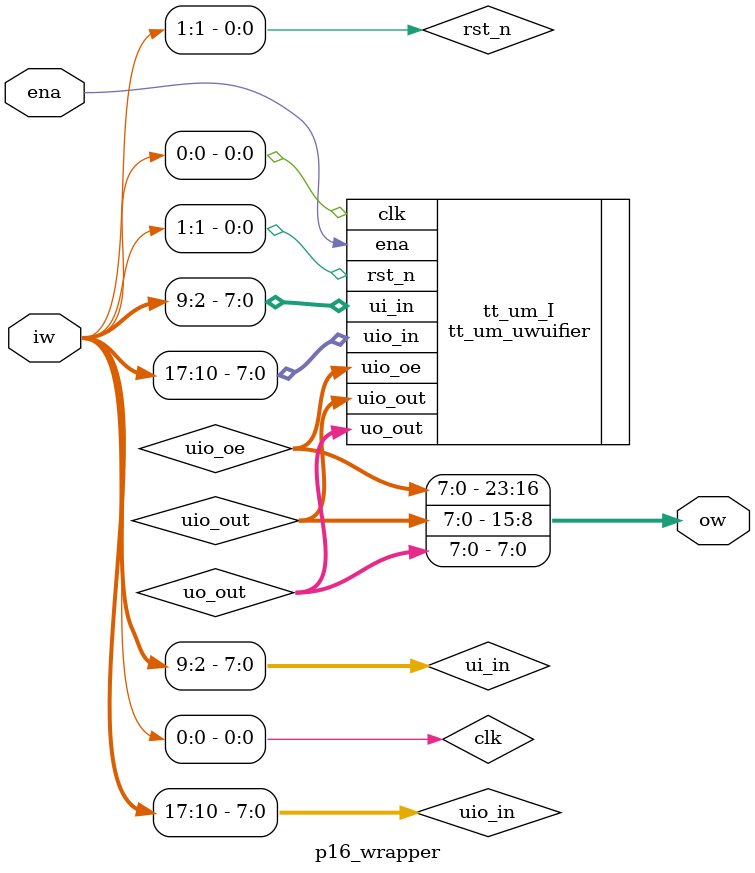
<source format=v>
`default_nettype none

module p16_wrapper (
  input wire ena,
  input wire [17:0] iw,
  output wire [23:0] ow
);

wire [7:0] uio_in;
wire [7:0] uio_out;
wire [7:0] uio_oe;
wire [7:0] uo_out;
wire [7:0] ui_in;
wire clk;
wire rst_n;

assign { uio_in, ui_in, rst_n, clk} = iw;
assign ow = { uio_oe, uio_out, uo_out };

tt_um_uwuifier tt_um_I (
  .uio_in  (uio_in),
  .uio_out (uio_out),
  .uio_oe  (uio_oe),
  .uo_out  (uo_out),
  .ui_in   (ui_in),
  .ena     (ena),
  .clk     (clk),
  .rst_n   (rst_n)
);

endmodule

</source>
